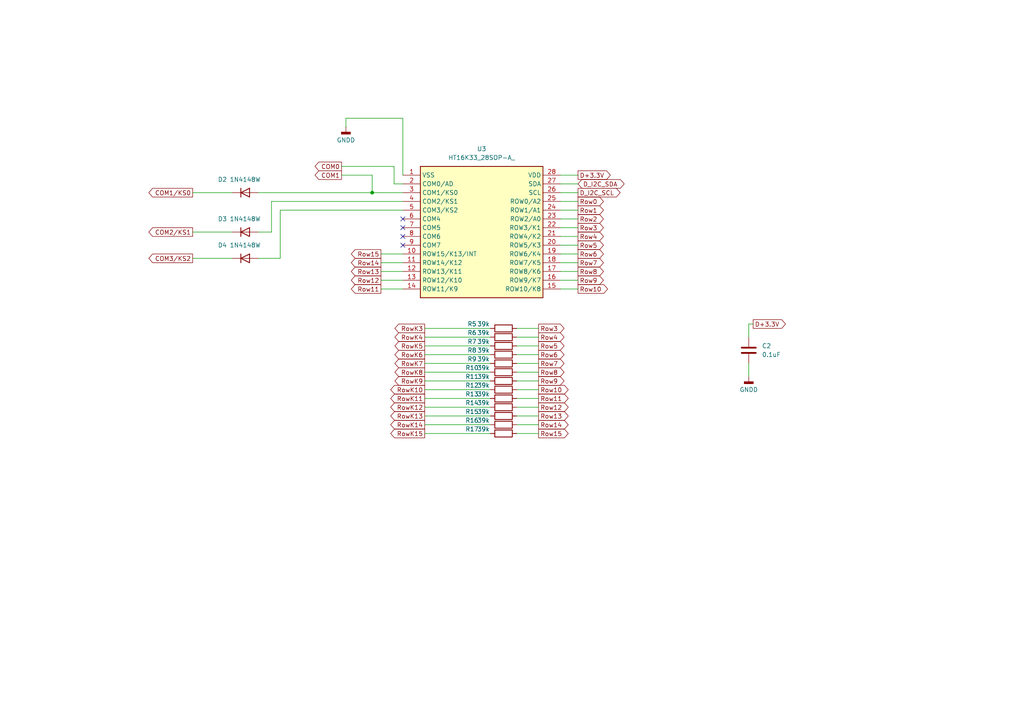
<source format=kicad_sch>
(kicad_sch (version 20231120) (generator "eeschema") (generator_version "8.0")
  (paper "A4")
  (lib_symbols
    (symbol "Device:C" (pin_numbers hide) (pin_names (offset 0.254))
      (property "Reference" "C" (at 0.635 2.54 0))
      (property "Value" "C" (at 0.635 -2.54 0))
      (symbol "C_0_1"
        (polyline (pts (xy -2.032 -0.762) (xy 2.032 -0.762)) (stroke (width 0.508)))
        (polyline (pts (xy -2.032 0.762) (xy 2.032 0.762)) (stroke (width 0.508)))
      )
      (symbol "C_1_1"
        (pin passive line (at 0 3.81 270) (length 2.794) (name "~") (number "1"))
        (pin passive line (at 0 -3.81 90) (length 2.794) (name "~") (number "2"))
      )
    )
    (symbol "Device:R" (pin_numbers hide) (pin_names (offset 0))
      (property "Reference" "R" (at 2.032 0 90))
      (property "Value" "R" (at 0 0 90))
      (symbol "R_0_1"
        (rectangle (start -1.016 -2.54) (end 1.016 2.54) (stroke (width 0.254)))
      )
      (symbol "R_1_1"
        (pin passive line (at 0 3.81 270) (length 1.27) (name "~") (number "1"))
        (pin passive line (at 0 -3.81 90) (length 1.27) (name "~") (number "2"))
      )
    )
    (symbol "Diode:1N4148W" (pin_numbers hide) (pin_names hide)
      (property "Reference" "D" (at 0 2.54 0))
      (property "Value" "1N4148W" (at 0 -2.54 0))
      (symbol "1N4148W_0_1"
        (polyline (pts (xy -1.27 1.27) (xy -1.27 -1.27)) (stroke (width 0.254)))
        (polyline (pts (xy 1.27 0) (xy -1.27 0)))
        (polyline (pts (xy 1.27 1.27) (xy 1.27 -1.27) (xy -1.27 0) (xy 1.27 1.27)) (stroke (width 0.254)))
      )
      (symbol "1N4148W_1_1"
        (pin passive line (at -3.81 0 0) (length 2.54) (name "K") (number "1"))
        (pin passive line (at 3.81 0 180) (length 2.54) (name "A") (number "2"))
      )
    )
    (symbol "SamacSys_Parts:HT16K33_28SOP-A_"
      (property "Reference" "IC" (at 41.91 7.62 0))
      (property "Value" "HT16K33_28SOP-A_" (at 41.91 5.08 0))
      (symbol "HT16K33_28SOP-A__1_1"
        (rectangle (start 5.08 2.54) (end 40.64 -35.56) (stroke (width 0.254)) (fill (type background)))
        (pin passive line (at 0 0 0) (length 5.08) (name "VSS") (number "1"))
        (pin passive line (at 0 -22.86 0) (length 5.08) (name "ROW15/K13/INT") (number "10"))
        (pin passive line (at 0 -25.4 0) (length 5.08) (name "ROW14/K12") (number "11"))
        (pin passive line (at 0 -27.94 0) (length 5.08) (name "ROW13/K11") (number "12"))
        (pin passive line (at 0 -30.48 0) (length 5.08) (name "ROW12/K10") (number "13"))
        (pin passive line (at 0 -33.02 0) (length 5.08) (name "ROW11/K9") (number "14"))
        (pin passive line (at 45.72 -33.02 180) (length 5.08) (name "ROW10/K8") (number "15"))
        (pin passive line (at 45.72 -30.48 180) (length 5.08) (name "ROW9/K7") (number "16"))
        (pin passive line (at 45.72 -27.94 180) (length 5.08) (name "ROW8/K6") (number "17"))
        (pin passive line (at 45.72 -25.4 180) (length 5.08) (name "ROW7/K5") (number "18"))
        (pin passive line (at 45.72 -22.86 180) (length 5.08) (name "ROW6/K4") (number "19"))
        (pin passive line (at 0 -2.54 0) (length 5.08) (name "COM0/AD") (number "2"))
        (pin passive line (at 45.72 -20.32 180) (length 5.08) (name "ROW5/K3") (number "20"))
        (pin passive line (at 45.72 -17.78 180) (length 5.08) (name "ROW4/K2") (number "21"))
        (pin passive line (at 45.72 -15.24 180) (length 5.08) (name "ROW3/K1") (number "22"))
        (pin passive line (at 45.72 -12.7 180) (length 5.08) (name "ROW2/A0") (number "23"))
        (pin passive line (at 45.72 -10.16 180) (length 5.08) (name "ROW1/A1") (number "24"))
        (pin passive line (at 45.72 -7.62 180) (length 5.08) (name "ROW0/A2") (number "25"))
        (pin passive line (at 45.72 -5.08 180) (length 5.08) (name "SCL") (number "26"))
        (pin passive line (at 45.72 -2.54 180) (length 5.08) (name "SDA") (number "27"))
        (pin passive line (at 45.72 0 180) (length 5.08) (name "VDD") (number "28"))
        (pin passive line (at 0 -5.08 0) (length 5.08) (name "COM1/KS0") (number "3"))
        (pin passive line (at 0 -7.62 0) (length 5.08) (name "COM2/KS1") (number "4"))
        (pin passive line (at 0 -10.16 0) (length 5.08) (name "COM3/KS2") (number "5"))
        (pin passive line (at 0 -12.7 0) (length 5.08) (name "COM4") (number "6"))
        (pin passive line (at 0 -15.24 0) (length 5.08) (name "COM5") (number "7"))
        (pin passive line (at 0 -17.78 0) (length 5.08) (name "COM6") (number "8"))
        (pin passive line (at 0 -20.32 0) (length 5.08) (name "COM7") (number "9"))
      )
    )
    (symbol "power:GNDD" (power) (pin_numbers hide) (pin_names (offset 0) hide)
      (property "Value" "GNDD" (at 0 -3.175 0))
      (symbol "GNDD_0_1"
        (rectangle (start -1.27 -1.524) (end 1.27 -2.032) (stroke (width 0.254)) (fill (type outline)))
        (polyline (pts (xy 0 0) (xy 0 -1.524)))
      )
      (symbol "GNDD_1_1"
        (pin power_in line (at 0 0 270) (length 0) (name "~") (number "1"))
      )
    )
  )
  (junction (at 107.95 55.88))
  (no_connect (at 116.84 66.04))
  (no_connect (at 116.84 71.12))
  (no_connect (at 116.84 63.5))
  (no_connect (at 116.84 68.58))
  (wire (pts (xy 100.33 34.29) (xy 100.33 36.83)))
  (wire (pts (xy 162.56 55.88) (xy 167.64 55.88)))
  (wire (pts (xy 167.64 63.5) (xy 162.56 63.5)))
  (wire (pts (xy 74.93 55.88) (xy 107.95 55.88)))
  (wire (pts (xy 74.93 67.31) (xy 78.74 67.31)))
  (wire (pts (xy 156.21 118.11) (xy 149.86 118.11)))
  (wire (pts (xy 123.19 125.73) (xy 142.24 125.73)))
  (wire (pts (xy 55.88 67.31) (xy 67.31 67.31)))
  (wire (pts (xy 123.19 123.19) (xy 142.24 123.19)))
  (wire (pts (xy 99.06 50.8) (xy 107.95 50.8)))
  (wire (pts (xy 167.64 81.28) (xy 162.56 81.28)))
  (wire (pts (xy 156.21 115.57) (xy 149.86 115.57)))
  (wire (pts (xy 167.64 68.58) (xy 162.56 68.58)))
  (wire (pts (xy 156.21 123.19) (xy 149.86 123.19)))
  (wire (pts (xy 110.49 81.28) (xy 116.84 81.28)))
  (wire (pts (xy 123.19 97.79) (xy 142.24 97.79)))
  (wire (pts (xy 167.64 71.12) (xy 162.56 71.12)))
  (wire (pts (xy 123.19 113.03) (xy 142.24 113.03)))
  (wire (pts (xy 156.21 113.03) (xy 149.86 113.03)))
  (wire (pts (xy 74.93 74.93) (xy 81.28 74.93)))
  (wire (pts (xy 156.21 105.41) (xy 149.86 105.41)))
  (wire (pts (xy 55.88 55.88) (xy 67.31 55.88)))
  (wire (pts (xy 156.21 100.33) (xy 149.86 100.33)))
  (wire (pts (xy 107.95 55.88) (xy 116.84 55.88)))
  (wire (pts (xy 123.19 107.95) (xy 142.24 107.95)))
  (wire (pts (xy 107.95 50.8) (xy 107.95 55.88)))
  (wire (pts (xy 123.19 100.33) (xy 142.24 100.33)))
  (wire (pts (xy 116.84 34.29) (xy 100.33 34.29)))
  (wire (pts (xy 123.19 102.87) (xy 142.24 102.87)))
  (wire (pts (xy 167.64 60.96) (xy 162.56 60.96)))
  (wire (pts (xy 217.17 93.98) (xy 217.17 97.79)))
  (wire (pts (xy 167.64 73.66) (xy 162.56 73.66)))
  (wire (pts (xy 156.21 102.87) (xy 149.86 102.87)))
  (wire (pts (xy 110.49 83.82) (xy 116.84 83.82)))
  (wire (pts (xy 162.56 50.8) (xy 167.64 50.8)))
  (wire (pts (xy 55.88 74.93) (xy 67.31 74.93)))
  (wire (pts (xy 123.19 105.41) (xy 142.24 105.41)))
  (wire (pts (xy 114.3 53.34) (xy 114.3 48.26)))
  (wire (pts (xy 156.21 110.49) (xy 149.86 110.49)))
  (wire (pts (xy 81.28 74.93) (xy 81.28 60.96)))
  (wire (pts (xy 218.44 93.98) (xy 217.17 93.98)))
  (wire (pts (xy 167.64 78.74) (xy 162.56 78.74)))
  (wire (pts (xy 167.64 76.2) (xy 162.56 76.2)))
  (wire (pts (xy 123.19 95.25) (xy 142.24 95.25)))
  (wire (pts (xy 110.49 76.2) (xy 116.84 76.2)))
  (wire (pts (xy 110.49 73.66) (xy 116.84 73.66)))
  (wire (pts (xy 167.64 66.04) (xy 162.56 66.04)))
  (wire (pts (xy 167.64 83.82) (xy 162.56 83.82)))
  (wire (pts (xy 156.21 125.73) (xy 149.86 125.73)))
  (wire (pts (xy 162.56 53.34) (xy 167.64 53.34)))
  (wire (pts (xy 156.21 95.25) (xy 149.86 95.25)))
  (wire (pts (xy 156.21 97.79) (xy 149.86 97.79)))
  (wire (pts (xy 110.49 78.74) (xy 116.84 78.74)))
  (wire (pts (xy 123.19 110.49) (xy 142.24 110.49)))
  (wire (pts (xy 217.17 105.41) (xy 217.17 109.22)))
  (wire (pts (xy 116.84 34.29) (xy 116.84 50.8)))
  (wire (pts (xy 123.19 115.57) (xy 142.24 115.57)))
  (wire (pts (xy 123.19 118.11) (xy 142.24 118.11)))
  (wire (pts (xy 78.74 58.42) (xy 116.84 58.42)))
  (wire (pts (xy 78.74 67.31) (xy 78.74 58.42)))
  (wire (pts (xy 156.21 120.65) (xy 149.86 120.65)))
  (wire (pts (xy 116.84 53.34) (xy 114.3 53.34)))
  (wire (pts (xy 167.64 58.42) (xy 162.56 58.42)))
  (wire (pts (xy 123.19 120.65) (xy 142.24 120.65)))
  (wire (pts (xy 81.28 60.96) (xy 116.84 60.96)))
  (wire (pts (xy 156.21 107.95) (xy 149.86 107.95)))
  (wire (pts (xy 114.3 48.26) (xy 99.06 48.26)))
  (global_label "COM1" (shape output) (at 99.06 50.8 180) (property "Intersheetrefs" "${INTERSHEET_REFS}" (effects (hide yes))))
  (global_label "RowK11" (shape output) (at 123.19 115.57 180) (property "Intersheetrefs" "${INTERSHEET_REFS}" (effects (hide yes))))
  (global_label "Row10" (shape output) (at 156.21 113.03 0) (property "Intersheetrefs" "${INTERSHEET_REFS}" (effects (hide yes))))
  (global_label "Row3" (shape output) (at 156.21 95.25 0) (property "Intersheetrefs" "${INTERSHEET_REFS}" (effects (hide yes))))
  (global_label "RowK12" (shape output) (at 123.19 118.11 180) (property "Intersheetrefs" "${INTERSHEET_REFS}" (effects (hide yes))))
  (global_label "RowK5" (shape output) (at 123.19 100.33 180) (property "Intersheetrefs" "${INTERSHEET_REFS}" (effects (hide yes))))
  (global_label "Row14" (shape output) (at 110.49 76.2 180) (property "Intersheetrefs" "${INTERSHEET_REFS}" (effects (hide yes))))
  (global_label "RowK15" (shape output) (at 123.19 125.73 180) (property "Intersheetrefs" "${INTERSHEET_REFS}" (effects (hide yes))))
  (global_label "RowK6" (shape output) (at 123.19 102.87 180) (property "Intersheetrefs" "${INTERSHEET_REFS}" (effects (hide yes))))
  (global_label "COM0" (shape output) (at 99.06 48.26 180) (property "Intersheetrefs" "${INTERSHEET_REFS}" (effects (hide yes))))
  (global_label "Row0" (shape output) (at 167.64 58.42 0) (property "Intersheetrefs" "${INTERSHEET_REFS}" (effects (hide yes))))
  (global_label "Row2" (shape output) (at 167.64 63.5 0) (property "Intersheetrefs" "${INTERSHEET_REFS}" (effects (hide yes))))
  (global_label "D+3.3V" (shape output) (at 218.44 93.98 0) (property "Intersheetrefs" "${INTERSHEET_REFS}" (effects (hide yes))))
  (global_label "Row10" (shape output) (at 167.64 83.82 0) (property "Intersheetrefs" "${INTERSHEET_REFS}" (effects (hide yes))))
  (global_label "Row7" (shape output) (at 156.21 105.41 0) (property "Intersheetrefs" "${INTERSHEET_REFS}" (effects (hide yes))))
  (global_label "Row1" (shape output) (at 167.64 60.96 0) (property "Intersheetrefs" "${INTERSHEET_REFS}" (effects (hide yes))))
  (global_label "D+3.3V" (shape output) (at 167.64 50.8 0) (property "Intersheetrefs" "${INTERSHEET_REFS}" (effects (hide yes))))
  (global_label "RowK3" (shape output) (at 123.19 95.25 180) (property "Intersheetrefs" "${INTERSHEET_REFS}" (effects (hide yes))))
  (global_label "Row7" (shape output) (at 167.64 76.2 0) (property "Intersheetrefs" "${INTERSHEET_REFS}" (effects (hide yes))))
  (global_label "RowK8" (shape output) (at 123.19 107.95 180) (property "Intersheetrefs" "${INTERSHEET_REFS}" (effects (hide yes))))
  (global_label "Row12" (shape output) (at 110.49 81.28 180) (property "Intersheetrefs" "${INTERSHEET_REFS}" (effects (hide yes))))
  (global_label "Row3" (shape output) (at 167.64 66.04 0) (property "Intersheetrefs" "${INTERSHEET_REFS}" (effects (hide yes))))
  (global_label "Row14" (shape output) (at 156.21 123.19 0) (property "Intersheetrefs" "${INTERSHEET_REFS}" (effects (hide yes))))
  (global_label "Row4" (shape output) (at 167.64 68.58 0) (property "Intersheetrefs" "${INTERSHEET_REFS}" (effects (hide yes))))
  (global_label "Row13" (shape output) (at 110.49 78.74 180) (property "Intersheetrefs" "${INTERSHEET_REFS}" (effects (hide yes))))
  (global_label "Row8" (shape output) (at 156.21 107.95 0) (property "Intersheetrefs" "${INTERSHEET_REFS}" (effects (hide yes))))
  (global_label "COM2/KS1" (shape output) (at 55.88 67.31 180) (property "Intersheetrefs" "${INTERSHEET_REFS}" (effects (hide yes))))
  (global_label "Row6" (shape output) (at 156.21 102.87 0) (property "Intersheetrefs" "${INTERSHEET_REFS}" (effects (hide yes))))
  (global_label "Row13" (shape output) (at 156.21 120.65 0) (property "Intersheetrefs" "${INTERSHEET_REFS}" (effects (hide yes))))
  (global_label "Row9" (shape output) (at 167.64 81.28 0) (property "Intersheetrefs" "${INTERSHEET_REFS}" (effects (hide yes))))
  (global_label "Row5" (shape output) (at 167.64 71.12 0) (property "Intersheetrefs" "${INTERSHEET_REFS}" (effects (hide yes))))
  (global_label "Row6" (shape output) (at 167.64 73.66 0) (property "Intersheetrefs" "${INTERSHEET_REFS}" (effects (hide yes))))
  (global_label "Row4" (shape output) (at 156.21 97.79 0) (property "Intersheetrefs" "${INTERSHEET_REFS}" (effects (hide yes))))
  (global_label "RowK14" (shape output) (at 123.19 123.19 180) (property "Intersheetrefs" "${INTERSHEET_REFS}" (effects (hide yes))))
  (global_label "RowK4" (shape output) (at 123.19 97.79 180) (property "Intersheetrefs" "${INTERSHEET_REFS}" (effects (hide yes))))
  (global_label "Row8" (shape output) (at 167.64 78.74 0) (property "Intersheetrefs" "${INTERSHEET_REFS}" (effects (hide yes))))
  (global_label "RowK13" (shape output) (at 123.19 120.65 180) (property "Intersheetrefs" "${INTERSHEET_REFS}" (effects (hide yes))))
  (global_label "COM1{slash}KS0" (shape output) (at 55.88 55.88 180) (property "Intersheetrefs" "${INTERSHEET_REFS}" (effects (hide yes))))
  (global_label "Row15" (shape output) (at 110.49 73.66 180) (property "Intersheetrefs" "${INTERSHEET_REFS}" (effects (hide yes))))
  (global_label "COM3/KS2" (shape output) (at 55.88 74.93 180) (property "Intersheetrefs" "${INTERSHEET_REFS}" (effects (hide yes))))
  (global_label "Row11" (shape output) (at 110.49 83.82 180) (property "Intersheetrefs" "${INTERSHEET_REFS}" (effects (hide yes))))
  (global_label "RowK9" (shape output) (at 123.19 110.49 180) (property "Intersheetrefs" "${INTERSHEET_REFS}" (effects (hide yes))))
  (global_label "RowK7" (shape output) (at 123.19 105.41 180) (property "Intersheetrefs" "${INTERSHEET_REFS}" (effects (hide yes))))
  (global_label "Row9" (shape output) (at 156.21 110.49 0) (property "Intersheetrefs" "${INTERSHEET_REFS}" (effects (hide yes))))
  (global_label "Row11" (shape output) (at 156.21 115.57 0) (property "Intersheetrefs" "${INTERSHEET_REFS}" (effects (hide yes))))
  (global_label "Row5" (shape output) (at 156.21 100.33 0) (property "Intersheetrefs" "${INTERSHEET_REFS}" (effects (hide yes))))
  (global_label "Row15" (shape output) (at 156.21 125.73 0) (property "Intersheetrefs" "${INTERSHEET_REFS}" (effects (hide yes))))
  (global_label "Row12" (shape output) (at 156.21 118.11 0) (property "Intersheetrefs" "${INTERSHEET_REFS}" (effects (hide yes))))
  (global_label "RowK10" (shape output) (at 123.19 113.03 180) (property "Intersheetrefs" "${INTERSHEET_REFS}" (effects (hide yes))))
  (global_label "D_I2C_SDA" (shape bidirectional) (at 167.64 53.34 0) (property "Intersheetrefs" "${INTERSHEET_REFS}" (effects (hide yes))))
  (global_label "D_I2C_SCL" (shape output) (at 167.64 55.88 0) (property "Intersheetrefs" "${INTERSHEET_REFS}" (effects (hide yes))))
  (symbol (lib_id "Device:R") (at 146.05 95.25 270) (mirror x) (unit 1)
    (property "Reference" "R5" (at 136.906 93.98 90))
    (property "Value" "39k" (at 140.208 93.98 90))
    (property "Footprint" "Resistor_SMD:R_0805_2012Metric_Pad1.20x1.40mm_HandSolder" (effects (hide yes)))
    (property "Description" "Resistor" (effects (hide yes)))
  )
  (symbol (lib_id "Device:R") (at 146.05 100.33 270) (mirror x) (unit 1)
    (property "Reference" "R7" (at 136.906 99.06 90))
    (property "Value" "39k" (at 140.208 99.06 90))
    (property "Footprint" "Resistor_SMD:R_0805_2012Metric_Pad1.20x1.40mm_HandSolder" (effects (hide yes)))
    (property "Description" "Resistor" (effects (hide yes)))
  )
  (symbol (lib_id "Diode:1N4148W") (at 71.12 55.88 0) (unit 1)
    (property "Reference" "D2" (at 64.516 52.07 0))
    (property "Value" "1N4148W" (at 71.12 52.07 0))
    (property "Footprint" "Diode_SMD:D_SOD-123" (effects (hide yes)))
    (property "Datasheet" "https://www.vishay.com/docs/85748/1n4148w.pdf" (effects (hide yes)))
    (property "Description" "75V 0.15A Fast Switching Diode, SOD-123" (effects (hide yes)))
    (property "Sim.Device" "D" (effects (hide yes)))
    (property "Sim.Pins" "1=K 2=A" (effects (hide yes)))
  )
  (symbol (lib_id "Diode:1N4148W") (at 71.12 67.31 0) (unit 1)
    (property "Reference" "D3" (at 64.516 63.5 0))
    (property "Value" "1N4148W" (at 71.12 63.5 0))
    (property "Footprint" "Diode_SMD:D_SOD-123" (effects (hide yes)))
    (property "Datasheet" "https://www.vishay.com/docs/85748/1n4148w.pdf" (effects (hide yes)))
    (property "Description" "75V 0.15A Fast Switching Diode, SOD-123" (effects (hide yes)))
    (property "Sim.Device" "D" (effects (hide yes)))
    (property "Sim.Pins" "1=K 2=A" (effects (hide yes)))
  )
  (symbol (lib_id "Device:R") (at 146.05 113.03 270) (mirror x) (unit 1)
    (property "Reference" "R12" (at 136.906 111.76 90))
    (property "Value" "39k" (at 140.208 111.76 90))
    (property "Footprint" "Resistor_SMD:R_0805_2012Metric_Pad1.20x1.40mm_HandSolder" (effects (hide yes)))
    (property "Description" "Resistor" (effects (hide yes)))
  )
  (symbol (lib_id "Device:R") (at 146.05 118.11 270) (mirror x) (unit 1)
    (property "Reference" "R14" (at 136.906 116.84 90))
    (property "Value" "39k" (at 140.208 116.84 90))
    (property "Footprint" "Resistor_SMD:R_0805_2012Metric_Pad1.20x1.40mm_HandSolder" (effects (hide yes)))
    (property "Description" "Resistor" (effects (hide yes)))
  )
  (symbol (lib_id "SamacSys_Parts:HT16K33_28SOP-A_") (at 116.84 50.8 0) (unit 1)
    (property "Reference" "U3" (at 139.7 43.18 0))
    (property "Value" "HT16K33_28SOP-A_" (at 139.7 45.72 0))
    (property "Footprint" "SamacSys_Parts:SOIC127P1031X264-28N" (effects (hide yes)))
    (property "Datasheet" "https://cdn-shop.adafruit.com/datasheets/ht16K33v110.pdf" (effects (hide yes)))
    (property "Description" "28-pin SOP (300mil) Outline Dimensions" (effects (hide yes)))
    (property "Height" "2.64" (effects (hide yes)))
    (property "Manufacturer_Name" "Holtek" (effects (hide yes)))
    (property "Manufacturer_Part_Number" "HT16K33(28SOP-A)" (effects (hide yes)))
  )
  (symbol (lib_id "Device:R") (at 146.05 110.49 270) (mirror x) (unit 1)
    (property "Reference" "R11" (at 136.906 109.22 90))
    (property "Value" "39k" (at 140.208 109.22 90))
    (property "Footprint" "Resistor_SMD:R_0805_2012Metric_Pad1.20x1.40mm_HandSolder" (effects (hide yes)))
    (property "Description" "Resistor" (effects (hide yes)))
  )
  (symbol (lib_id "Device:R") (at 146.05 105.41 270) (mirror x) (unit 1)
    (property "Reference" "R9" (at 136.906 104.14 90))
    (property "Value" "39k" (at 140.208 104.14 90))
    (property "Footprint" "Resistor_SMD:R_0805_2012Metric_Pad1.20x1.40mm_HandSolder" (effects (hide yes)))
    (property "Description" "Resistor" (effects (hide yes)))
  )
  (symbol (lib_id "Device:R") (at 146.05 102.87 270) (mirror x) (unit 1)
    (property "Reference" "R8" (at 136.906 101.6 90))
    (property "Value" "39k" (at 140.208 101.6 90))
    (property "Footprint" "Resistor_SMD:R_0805_2012Metric_Pad1.20x1.40mm_HandSolder" (effects (hide yes)))
    (property "Description" "Resistor" (effects (hide yes)))
  )
  (symbol (lib_id "Device:R") (at 146.05 97.79 270) (mirror x) (unit 1)
    (property "Reference" "R6" (at 136.906 96.52 90))
    (property "Value" "39k" (at 140.208 96.52 90))
    (property "Footprint" "Resistor_SMD:R_0805_2012Metric_Pad1.20x1.40mm_HandSolder" (effects (hide yes)))
    (property "Description" "Resistor" (effects (hide yes)))
  )
  (symbol (lib_id "Device:R") (at 146.05 123.19 270) (mirror x) (unit 1)
    (property "Reference" "R16" (at 136.906 121.92 90))
    (property "Value" "39k" (at 140.208 121.92 90))
    (property "Footprint" "Resistor_SMD:R_0805_2012Metric_Pad1.20x1.40mm_HandSolder" (effects (hide yes)))
    (property "Description" "Resistor" (effects (hide yes)))
  )
  (symbol (lib_id "Device:R") (at 146.05 115.57 270) (mirror x) (unit 1)
    (property "Reference" "R13" (at 136.906 114.3 90))
    (property "Value" "39k" (at 140.208 114.3 90))
    (property "Footprint" "Resistor_SMD:R_0805_2012Metric_Pad1.20x1.40mm_HandSolder" (effects (hide yes)))
    (property "Description" "Resistor" (effects (hide yes)))
  )
  (symbol (lib_id "Device:R") (at 146.05 107.95 270) (mirror x) (unit 1)
    (property "Reference" "R10" (at 136.906 106.68 90))
    (property "Value" "39k" (at 140.208 106.68 90))
    (property "Footprint" "Resistor_SMD:R_0805_2012Metric_Pad1.20x1.40mm_HandSolder" (effects (hide yes)))
    (property "Description" "Resistor" (effects (hide yes)))
  )
  (symbol (lib_id "power:GNDD") (at 100.33 36.83 0) (unit 1)
    (property "Reference" "#PWR013" (effects (hide yes)))
    (property "Value" "GNDD" (at 100.33 40.64 0))
    (property "Description" "Power symbol creates a global label with name \"GNDD\" , digital ground" (effects (hide yes)))
  )
  (symbol (lib_id "Device:R") (at 146.05 120.65 270) (mirror x) (unit 1)
    (property "Reference" "R15" (at 136.906 119.38 90))
    (property "Value" "39k" (at 140.208 119.38 90))
    (property "Footprint" "Resistor_SMD:R_0805_2012Metric_Pad1.20x1.40mm_HandSolder" (effects (hide yes)))
    (property "Description" "Resistor" (effects (hide yes)))
  )
  (symbol (lib_id "Device:C") (at 217.17 101.6 0) (unit 1)
    (property "Reference" "C2" (at 220.98 100.3299 0) (effects (justify left)))
    (property "Value" "0.1uF" (at 220.98 102.8699 0) (effects (justify left)))
    (property "Footprint" "Capacitor_SMD:C_0603_1608Metric_Pad1.08x0.95mm_HandSolder" (effects (hide yes)))
    (property "Description" "Unpolarized capacitor" (effects (hide yes)))
  )
  (symbol (lib_id "Diode:1N4148W") (at 71.12 74.93 0) (unit 1)
    (property "Reference" "D4" (at 64.516 71.12 0))
    (property "Value" "1N4148W" (at 71.12 71.12 0))
    (property "Footprint" "Diode_SMD:D_SOD-123" (effects (hide yes)))
    (property "Datasheet" "https://www.vishay.com/docs/85748/1n4148w.pdf" (effects (hide yes)))
    (property "Description" "75V 0.15A Fast Switching Diode, SOD-123" (effects (hide yes)))
    (property "Sim.Device" "D" (effects (hide yes)))
    (property "Sim.Pins" "1=K 2=A" (effects (hide yes)))
  )
  (symbol (lib_id "power:GNDD") (at 217.17 109.22 0) (unit 1)
    (property "Reference" "#PWR014" (effects (hide yes)))
    (property "Value" "GNDD" (at 217.17 113.03 0))
    (property "Description" "Power symbol creates a global label with name \"GNDD\" , digital ground" (effects (hide yes)))
  )
  (symbol (lib_id "Device:R") (at 146.05 125.73 270) (mirror x) (unit 1)
    (property "Reference" "R17" (at 136.906 124.46 90))
    (property "Value" "39k" (at 140.208 124.46 90))
    (property "Footprint" "Resistor_SMD:R_0805_2012Metric_Pad1.20x1.40mm_HandSolder" (effects (hide yes)))
    (property "Description" "Resistor" (effects (hide yes)))
  )
)
</source>
